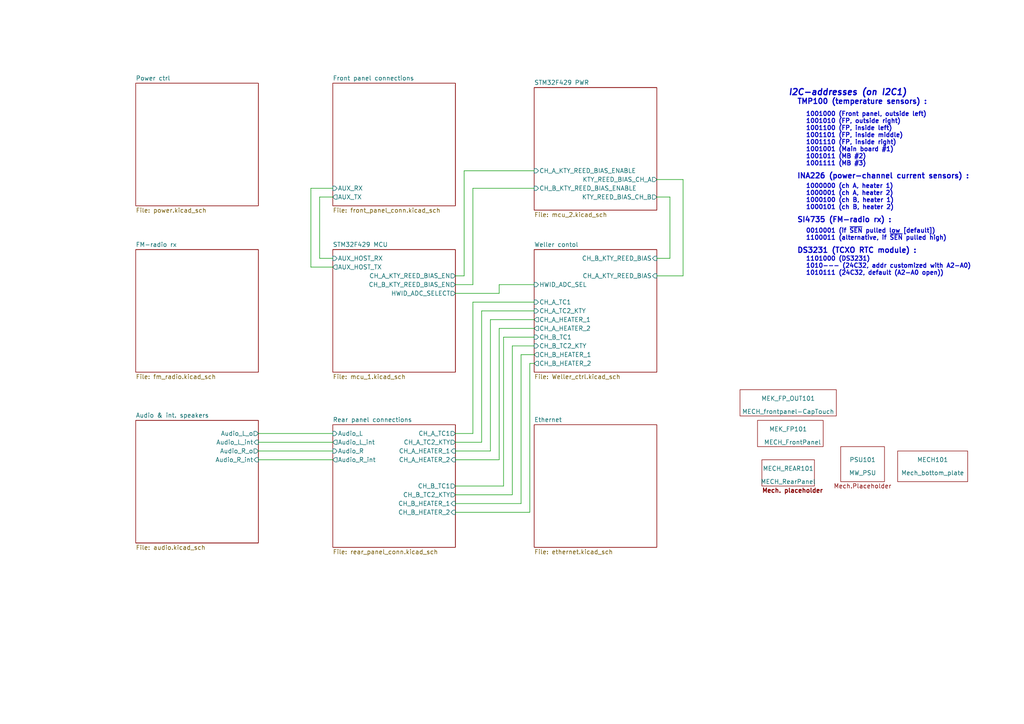
<source format=kicad_sch>
(kicad_sch (version 20230121) (generator eeschema)
  (paper "A4")
  (title_block (title "DIY Soldering station, top level") (date "2020-04-26") (rev "R0.1") (company "SolderingStationGroup : Jonny Svärd / Mathias Johansson / Magnus Thulesius"))
  (lib_symbols
    (symbol "customlib_mj:MECH_FrontPanel" (in_bom no)
      (property "Reference" "MEK_FP" (at 0 -1.27 0))
      (property "Value" "MECH_FrontPanel" (at 0 1.27 0))
      (symbol "MECH_FrontPanel_0_1"
        (polyline (pts (xy -8.89 3.81) (xy -8.89 -3.81) (xy 10.16 -3.81) (xy 10.16 3.81) (xy -8.89 3.81)) (stroke (width 0.1524)))
      )
    )
    (symbol "customlib_mj:MECH_RearPanel" (in_bom no)
      (property "Reference" "MECH_REAR" (at 0 -1.27 0))
      (property "Value" "MECH_RearPanel" (at 0 1.27 0))
      (symbol "MECH_RearPanel_0_0"
        (text "Mech. placeholder" (at 1.27 -5.08 0) (effects (font (size 1.27 1.27) bold)))
      )
      (symbol "MECH_RearPanel_0_1"
        (rectangle (start -7.62 3.81) (end 7.62 -3.81) (stroke (width 0.1524)))
      )
    )
    (symbol "customlib_mj:MECH_frontpanel-CapTouch" (in_bom no)
      (property "Reference" "MEK_FP_OUT" (at 0 1.27 0))
      (property "Value" "MECH_frontpanel-CapTouch" (at 0 -1.27 0))
      (symbol "MECH_frontpanel-CapTouch_0_1"
        (polyline (pts (xy -13.97 3.81) (xy -13.97 -3.81) (xy 13.97 -3.81) (xy 13.97 3.81) (xy -13.97 3.81)) (stroke (width 0.1524)))
      )
    )
    (symbol "customlib_mj:MW_PSU" (pin_names (offset 0)) (in_bom no)
      (property "Reference" "PSU" (at 0 1.27 0))
      (property "Value" "MW_PSU" (at 0 -2.54 0))
      (symbol "MW_PSU_0_0"
        (text "Mech.Placeholder" (at 0 -7.62 0) (effects (font (size 1.27 1.27))))
      )
      (symbol "MW_PSU_0_1"
        (rectangle (start -6.35 3.81) (end 6.35 -6.35) (stroke (width 0.1524)))
      )
    )
    (symbol "customlib_mj:Mech_bottom_plate"
      (property "Reference" "MECH" (at 0 1.27 0))
      (property "Value" "Mech_bottom_plate" (at 0 -1.27 0))
      (symbol "Mech_bottom_plate_0_1"
        (rectangle (start -10.16 3.81) (end 10.16 -5.08) (stroke (width 0.1524)))
      )
    )
  )
  (wire (pts (xy 134.62 49.53) (xy 154.94 49.53)))
  (wire (pts (xy 154.94 87.63) (xy 137.16 87.63)))
  (wire (pts (xy 154.94 102.87) (xy 151.13 102.87)))
  (wire (pts (xy 198.12 80.01) (xy 190.5 80.01)))
  (wire (pts (xy 90.17 77.47) (xy 96.52 77.47)))
  (wire (pts (xy 153.67 148.59) (xy 132.08 148.59)))
  (wire (pts (xy 144.78 133.35) (xy 132.08 133.35)))
  (wire (pts (xy 132.08 85.09) (xy 144.78 85.09)))
  (wire (pts (xy 137.16 54.61) (xy 154.94 54.61)))
  (wire (pts (xy 92.71 74.93) (xy 96.52 74.93)))
  (wire (pts (xy 151.13 102.87) (xy 151.13 146.05)))
  (wire (pts (xy 74.93 125.73) (xy 96.52 125.73)))
  (wire (pts (xy 132.08 82.55) (xy 137.16 82.55)))
  (wire (pts (xy 139.7 90.17) (xy 139.7 128.27)))
  (wire (pts (xy 146.05 97.79) (xy 146.05 140.97)))
  (wire (pts (xy 151.13 146.05) (xy 132.08 146.05)))
  (wire (pts (xy 144.78 82.55) (xy 154.94 82.55)))
  (wire (pts (xy 144.78 95.25) (xy 144.78 133.35)))
  (wire (pts (xy 148.59 100.33) (xy 148.59 143.51)))
  (wire (pts (xy 146.05 140.97) (xy 132.08 140.97)))
  (wire (pts (xy 137.16 82.55) (xy 137.16 54.61)))
  (wire (pts (xy 154.94 105.41) (xy 153.67 105.41)))
  (wire (pts (xy 139.7 128.27) (xy 132.08 128.27)))
  (wire (pts (xy 134.62 80.01) (xy 134.62 49.53)))
  (wire (pts (xy 194.31 57.15) (xy 194.31 74.93)))
  (wire (pts (xy 132.08 80.01) (xy 134.62 80.01)))
  (wire (pts (xy 198.12 52.07) (xy 198.12 80.01)))
  (wire (pts (xy 154.94 92.71) (xy 142.24 92.71)))
  (wire (pts (xy 137.16 125.73) (xy 132.08 125.73)))
  (wire (pts (xy 96.52 54.61) (xy 90.17 54.61)))
  (wire (pts (xy 74.93 130.81) (xy 96.52 130.81)))
  (wire (pts (xy 142.24 92.71) (xy 142.24 130.81)))
  (wire (pts (xy 148.59 143.51) (xy 132.08 143.51)))
  (wire (pts (xy 190.5 57.15) (xy 194.31 57.15)))
  (wire (pts (xy 190.5 52.07) (xy 198.12 52.07)))
  (wire (pts (xy 154.94 90.17) (xy 139.7 90.17)))
  (wire (pts (xy 144.78 85.09) (xy 144.78 82.55)))
  (wire (pts (xy 90.17 54.61) (xy 90.17 77.47)))
  (wire (pts (xy 153.67 105.41) (xy 153.67 148.59)))
  (wire (pts (xy 92.71 57.15) (xy 92.71 74.93)))
  (wire (pts (xy 74.93 128.27) (xy 96.52 128.27)))
  (wire (pts (xy 154.94 95.25) (xy 144.78 95.25)))
  (wire (pts (xy 194.31 74.93) (xy 190.5 74.93)))
  (wire (pts (xy 142.24 130.81) (xy 132.08 130.81)))
  (wire (pts (xy 154.94 100.33) (xy 148.59 100.33)))
  (wire (pts (xy 137.16 87.63) (xy 137.16 125.73)))
  (wire (pts (xy 96.52 57.15) (xy 92.71 57.15)))
  (wire (pts (xy 154.94 97.79) (xy 146.05 97.79)))
  (wire (pts (xy 74.93 133.35) (xy 96.52 133.35)))
  (text "1000000 (ch A, heater 1)\n1000001 (ch A, heater 2)\n1000100 (ch B, heater 1)\n1000101 (ch B, heater 2)" (at 233.68 60.96 0) (effects (font (size 1.27 1.27) (thickness 0.254) bold) (justify left bottom)))
  (text "1001000 (Front panel, outside left)\n1001010 (FP, outside right)\n1001100 (FP, inside left)\n1001101 (FP, inside middle)\n1001110 (FP, inside right)\n1001001 (Main board #1)\n1001011 (MB #2)\n1001111 (MB #3)" (at 233.68 48.26 0) (effects (font (size 1.27 1.27) (thickness 0.254) bold) (justify left bottom)))
  (text "INA226 (power-channel current sensors) :" (at 231.14 52.07 0) (effects (font (size 1.524 1.524) (thickness 0.3048) bold) (justify left bottom)))
  (text "DS3231 (TCXO RTC module) :" (at 231.14 73.66 0) (effects (font (size 1.524 1.524) (thickness 0.3048) bold) (justify left bottom)))
  (text "I2C-addresses (on I2C1)" (at 228.6 27.94 0) (effects (font (size 1.778 1.778) (thickness 0.3556) bold italic) (justify left bottom)))
  (text "TMP100 (temperature sensors) :" (at 231.14 30.48 0) (effects (font (size 1.524 1.524) (thickness 0.3048) bold) (justify left bottom)))
  (text "1101000 (DS3231)\n1010--- (24C32, addr customized with A2-A0)\n1010111 (24C32, default (A2-A0 open))" (at 233.68 80.01 0) (effects (font (size 1.27 1.27) (thickness 0.254) bold) (justify left bottom)))
  (text "SI4735 (FM-radio rx) :" (at 231.14 64.77 0) (effects (font (size 1.524 1.524) (thickness 0.3048) bold) (justify left bottom)))
  (text "0010001 (if ~{SEN} pulled low [default])\n1100011 (alternative, if ~{SEN} pulled high)" (at 233.68 69.85 0) (effects (font (size 1.27 1.27) (thickness 0.254) bold) (justify left bottom)))
  (symbol (lib_id "customlib_mj:MECH_RearPanel") (at 228.6 137.16 0) (unit 1) (in_bom no)
    (property "Reference" "MECH_REAR101" (at 228.6 135.89 0))
    (property "Value" "MECH_RearPanel" (at 228.6 139.7 0))
    (property "Footprint" "customlib_mj_fp:Mech_RearPanel" (effects hide))
  )
  (symbol (lib_id "customlib_mj:MW_PSU") (at 250.19 133.35 0) (unit 1) (in_bom no)
    (property "Reference" "PSU101" (at 250.19 133.35 0))
    (property "Value" "MW_PSU" (at 250.19 137.16 0))
    (property "Footprint" "customlib_mj_fp:MW_PSU" (effects hide))
  )
  (symbol (lib_id "customlib_mj:Mech_bottom_plate") (at 270.51 134.62 0) (unit 1)
    (property "Reference" "MECH101" (at 270.51 133.35 0))
    (property "Value" "Mech_bottom_plate" (at 270.51 137.16 0))
    (property "Footprint" "customlib_mj_fp:MECH_BTM_PLATE" (effects hide))
  )
  (symbol (lib_id "customlib_mj:MECH_frontpanel-CapTouch") (at 228.6 116.84 0) (unit 1) (in_bom no)
    (property "Reference" "MEK_FP_OUT101" (at 228.6 115.57 0))
    (property "Value" "MECH_frontpanel-CapTouch" (at 228.6 119.38 0))
    (property "Footprint" "customlib_mj_fp:Mech_Frontpanel_CapTouch" (effects hide))
  )
  (symbol (lib_id "customlib_mj:MECH_FrontPanel") (at 228.6 125.73 0) (unit 1) (in_bom no)
    (property "Reference" "MEK_FP101" (at 228.6 124.46 0))
    (property "Value" "MECH_FrontPanel" (at 229.87 128.27 0))
    (property "Footprint" "customlib_mj_fp:Mech_frontpanel" (effects hide))
  )
  (sheet (at 96.52 72.39) (size 35.56 35.56)
    (property "Sheetname" "STM32F429 MCU" (at 96.52 71.6784 0) (effects (justify left bottom)))
    (property "Sheetfile" "mcu_1.kicad_sch" (at 96.52 108.5346 0) (effects (justify left top)))
    (pin "AUX_HOST_RX" input (at 96.52 74.93 180))
    (pin "AUX_HOST_TX" output (at 96.52 77.47 180))
    (pin "HWID_ADC_SELECT" output (at 132.08 85.09 0))
    (pin "CH_A_KTY_REED_BIAS_EN" output (at 132.08 80.01 0))
    (pin "CH_B_KTY_REED_BIAS_EN" output (at 132.08 82.55 0))
  )
  (sheet (at 154.94 25.4) (size 35.56 35.56)
    (property "Sheetname" "STM32F429 PWR" (at 154.94 24.6884 0) (effects (justify left bottom)))
    (property "Sheetfile" "mcu_2.kicad_sch" (at 154.94 61.5446 0) (effects (justify left top)))
    (pin "CH_A_KTY_REED_BIAS_ENABLE" input (at 154.94 49.53 180))
    (pin "KTY_REED_BIAS_CH_A" output (at 190.5 52.07 0))
    (pin "KTY_REED_BIAS_CH_B" output (at 190.5 57.15 0))
    (pin "CH_B_KTY_REED_BIAS_ENABLE" input (at 154.94 54.61 180))
  )
  (sheet (at 154.94 123.19) (size 35.56 35.56)
    (property "Sheetname" "Ethernet" (at 154.94 122.4784 0) (effects (justify left bottom)))
    (property "Sheetfile" "ethernet.kicad_sch" (at 154.94 159.3346 0) (effects (justify left top)))
  )
  (sheet (at 39.37 24.13) (size 35.56 35.56)
    (property "Sheetname" "Power ctrl" (at 39.37 23.4184 0) (effects (justify left bottom)))
    (property "Sheetfile" "power.kicad_sch" (at 39.37 60.2746 0) (effects (justify left top)))
  )
  (sheet (at 96.52 24.13) (size 35.56 35.56)
    (property "Sheetname" "Front panel connections" (at 96.52 23.4184 0) (effects (justify left bottom)))
    (property "Sheetfile" "front_panel_conn.kicad_sch" (at 96.52 60.2746 0) (effects (justify left top)))
    (pin "AUX_TX" output (at 96.52 57.15 180))
    (pin "AUX_RX" input (at 96.52 54.61 180))
  )
  (sheet (at 96.52 123.19) (size 35.56 35.56)
    (property "Sheetname" "Rear panel connections" (at 96.52 122.4784 0) (effects (justify left bottom)))
    (property "Sheetfile" "rear_panel_conn.kicad_sch" (at 96.52 159.3346 0) (effects (justify left top)))
    (pin "CH_A_HEATER_1" input (at 132.08 130.81 0))
    (pin "CH_A_HEATER_2" input (at 132.08 133.35 0))
    (pin "CH_A_TC1" output (at 132.08 125.73 0))
    (pin "CH_A_TC2_KTY" output (at 132.08 128.27 0))
    (pin "CH_B_HEATER_1" input (at 132.08 146.05 0))
    (pin "CH_B_HEATER_2" input (at 132.08 148.59 0))
    (pin "CH_B_TC1" output (at 132.08 140.97 0))
    (pin "CH_B_TC2_KTY" output (at 132.08 143.51 0))
    (pin "Audio_L" input (at 96.52 125.73 180))
    (pin "Audio_L_int" output (at 96.52 128.27 180))
    (pin "Audio_R" input (at 96.52 130.81 180))
    (pin "Audio_R_int" output (at 96.52 133.35 180))
  )
  (sheet (at 154.94 72.39) (size 35.56 35.56)
    (property "Sheetname" "Weller contol" (at 154.94 71.6784 0) (effects (justify left bottom)))
    (property "Sheetfile" "Weller_ctrl.kicad_sch" (at 154.94 108.5346 0) (effects (justify left top)))
    (pin "CH_A_HEATER_1" output (at 154.94 92.71 180))
    (pin "CH_A_HEATER_2" output (at 154.94 95.25 180))
    (pin "CH_B_HEATER_1" output (at 154.94 102.87 180))
    (pin "CH_B_HEATER_2" output (at 154.94 105.41 180))
    (pin "CH_A_TC1" input (at 154.94 87.63 180))
    (pin "CH_A_TC2_KTY" input (at 154.94 90.17 180))
    (pin "CH_B_TC1" input (at 154.94 97.79 180))
    (pin "CH_B_TC2_KTY" input (at 154.94 100.33 180))
    (pin "HWID_ADC_SEL" input (at 154.94 82.55 180))
    (pin "CH_A_KTY_REED_BIAS" input (at 190.5 80.01 0))
    (pin "CH_B_KTY_REED_BIAS" input (at 190.5 74.93 0))
  )
  (sheet (at 39.37 121.92) (size 35.56 35.56)
    (property "Sheetname" "Audio & int. speakers" (at 39.37 121.2084 0) (effects (justify left bottom)))
    (property "Sheetfile" "audio.kicad_sch" (at 39.37 158.0646 0) (effects (justify left top)))
    (pin "Audio_R_o" output (at 74.93 130.81 0))
    (pin "Audio_L_o" output (at 74.93 125.73 0))
    (pin "Audio_R_int" input (at 74.93 133.35 0))
    (pin "Audio_L_int" input (at 74.93 128.27 0))
  )
  (sheet (at 39.37 72.39) (size 35.56 35.56)
    (property "Sheetname" "FM-radio rx" (at 39.37 71.6784 0) (effects (justify left bottom)))
    (property "Sheetfile" "fm_radio.kicad_sch" (at 39.37 108.5346 0) (effects (justify left top)))
  )
)
</source>
